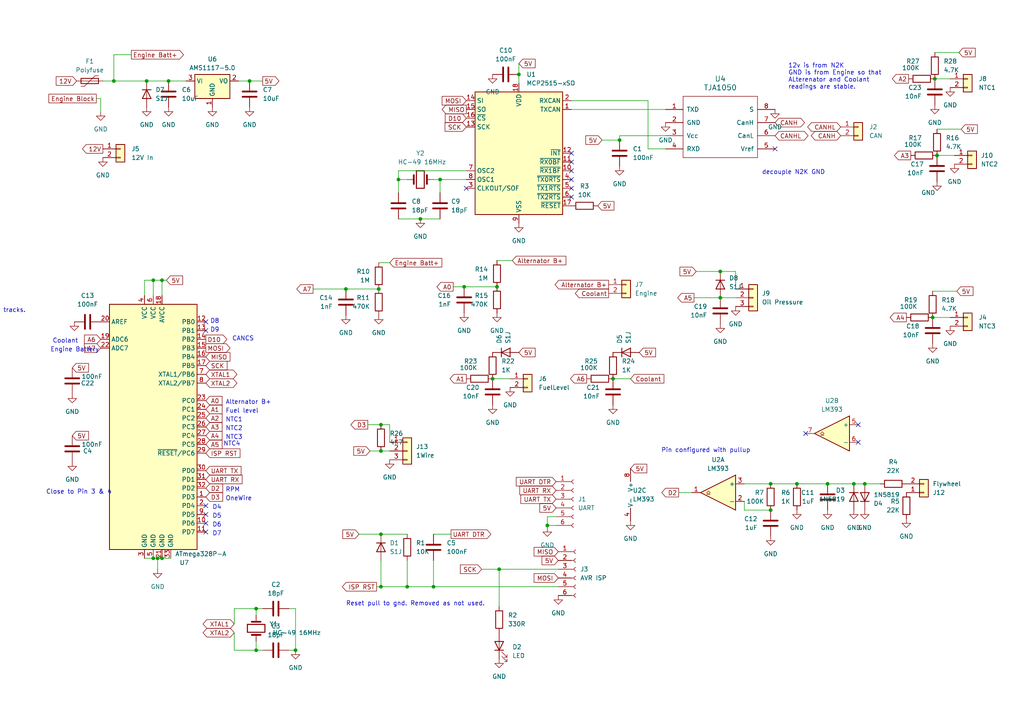
<source format=kicad_sch>
(kicad_sch (version 20230121) (generator eeschema)
  (paper "A4")
  (junction (at 144.78 165.1))
  (junction (at 42.545 23.495))
  (junction (at 158.75 152.4))
  (junction (at 240.03 140.335))
  (junction (at 247.65 140.335))
  (junction (at 270.51 92.075))
  (junction (at 208.915 78.74))
  (junction (at 46.99 81.28))
  (junction (at 150.495 21.59))
  (junction (at 223.52 147.955))
  (junction (at 142.875 109.855))
  (junction (at 271.78 45.085))
  (junction (at 118.11 170.18))
  (junction (at 231.14 140.335))
  (junction (at 44.45 161.925))
  (junction (at -46.355 93.98))
  (junction (at 44.45 81.28))
  (junction (at 179.705 40.64))
  (junction (at 134.62 83.185))
  (junction (at 72.39 23.495))
  (junction (at 115.57 52.07))
  (junction (at 110.49 123.19))
  (junction (at 125.73 170.18))
  (junction (at 45.72 161.925))
  (junction (at 250.825 140.335))
  (junction (at 144.145 83.185))
  (junction (at 110.49 170.18))
  (junction (at 85.725 188.595))
  (junction (at 110.49 154.94))
  (junction (at 121.92 63.5))
  (junction (at 33.02 23.495))
  (junction (at 177.8 109.855))
  (junction (at 100.33 83.82))
  (junction (at 127.635 52.07))
  (junction (at 46.99 161.925))
  (junction (at 74.295 188.595))
  (junction (at 110.49 130.81))
  (junction (at 271.145 22.86))
  (junction (at 223.52 140.335))
  (junction (at 48.895 23.495))
  (junction (at 208.915 86.36))
  (junction (at 109.855 83.82))
  (junction (at 74.295 176.53))
  (no_connect (at 59.69 151.765))
  (no_connect (at 59.69 93.345))
  (no_connect (at 233.68 125.73))
  (no_connect (at 59.69 146.685))
  (no_connect (at 165.735 54.61))
  (no_connect (at 165.735 44.45))
  (no_connect (at 165.735 57.15))
  (no_connect (at 135.255 54.61))
  (no_connect (at 59.69 154.305))
  (no_connect (at 224.79 43.18))
  (no_connect (at 165.735 46.99))
  (no_connect (at 248.92 123.19))
  (no_connect (at 165.735 49.53))
  (no_connect (at 248.92 128.27))
  (no_connect (at 165.735 52.07))
  (no_connect (at 59.69 95.885))
  (no_connect (at 59.69 149.225))
  (wire (pts (xy 125.73 170.18) (xy 161.925 170.18)))
  (wire (pts (xy 67.945 180.975) (xy 67.945 176.53)))
  (wire (pts (xy 115.57 52.07) (xy 115.57 55.88)))
  (wire (pts (xy 107.315 130.81) (xy 110.49 130.81)))
  (wire (pts (xy 174.625 40.64) (xy 179.705 40.64)))
  (wire (pts (xy 72.39 23.495) (xy 76.2 23.495)))
  (wire (pts (xy 278.13 15.24) (xy 271.145 15.24)))
  (wire (pts (xy 29.21 28.575) (xy 29.21 32.385)))
  (wire (pts (xy 177.8 109.855) (xy 182.88 109.855)))
  (wire (pts (xy 165.735 29.21) (xy 187.96 29.21)))
  (wire (pts (xy 46.99 161.925) (xy 49.53 161.925)))
  (wire (pts (xy 213.36 78.74) (xy 213.36 83.82)))
  (wire (pts (xy 74.295 176.53) (xy 74.295 178.435)))
  (wire (pts (xy 247.65 140.335) (xy 240.03 140.335)))
  (wire (pts (xy 110.49 154.94) (xy 118.11 154.94)))
  (wire (pts (xy -53.34 93.98) (xy -46.355 93.98)))
  (wire (pts (xy 46.99 81.28) (xy 44.45 81.28)))
  (wire (pts (xy 150.495 18.415) (xy 150.495 21.59)))
  (wire (pts (xy -46.355 93.98) (xy -46.355 103.505)))
  (wire (pts (xy 115.57 49.53) (xy 115.57 52.07)))
  (wire (pts (xy 45.72 161.925) (xy 46.99 161.925)))
  (wire (pts (xy 208.915 86.36) (xy 213.36 86.36)))
  (wire (pts (xy 277.495 84.455) (xy 270.51 84.455)))
  (wire (pts (xy 104.14 154.94) (xy 110.49 154.94)))
  (wire (pts (xy 41.91 81.28) (xy 41.91 85.725)))
  (wire (pts (xy 41.91 161.925) (xy 44.45 161.925)))
  (wire (pts (xy 271.78 45.085) (xy 276.86 45.085)))
  (wire (pts (xy 46.99 81.28) (xy 46.99 85.725)))
  (wire (pts (xy 27.94 28.575) (xy 29.21 28.575)))
  (wire (pts (xy 67.945 176.53) (xy 74.295 176.53)))
  (wire (pts (xy 125.73 52.07) (xy 127.635 52.07)))
  (wire (pts (xy 115.57 63.5) (xy 121.92 63.5)))
  (wire (pts (xy 74.295 176.53) (xy 76.2 176.53)))
  (wire (pts (xy 125.73 154.94) (xy 130.81 154.94)))
  (wire (pts (xy 121.92 63.5) (xy 127.635 63.5)))
  (wire (pts (xy 208.915 78.74) (xy 213.36 78.74)))
  (wire (pts (xy 48.26 81.28) (xy 46.99 81.28)))
  (wire (pts (xy 193.04 39.37) (xy 179.705 39.37)))
  (wire (pts (xy 33.02 23.495) (xy 42.545 23.495)))
  (wire (pts (xy 67.945 188.595) (xy 74.295 188.595)))
  (wire (pts (xy 38.1 15.875) (xy 33.02 15.875)))
  (wire (pts (xy 255.27 140.335) (xy 250.825 140.335)))
  (wire (pts (xy 127.635 52.07) (xy 127.635 55.88)))
  (wire (pts (xy 44.45 81.28) (xy 41.91 81.28)))
  (wire (pts (xy 179.705 39.37) (xy 179.705 40.64)))
  (wire (pts (xy 110.49 170.18) (xy 118.11 170.18)))
  (wire (pts (xy 250.825 140.335) (xy 247.65 140.335)))
  (wire (pts (xy 110.49 162.56) (xy 110.49 170.18)))
  (wire (pts (xy 201.93 78.74) (xy 208.915 78.74)))
  (wire (pts (xy 110.49 123.19) (xy 113.03 123.19)))
  (wire (pts (xy 44.45 161.925) (xy 45.72 161.925)))
  (wire (pts (xy 215.9 147.955) (xy 223.52 147.955)))
  (wire (pts (xy 215.9 145.415) (xy 215.9 147.955)))
  (wire (pts (xy 100.33 83.82) (xy 90.805 83.82)))
  (wire (pts (xy 109.855 76.2) (xy 113.03 76.2)))
  (wire (pts (xy 83.82 176.53) (xy 85.725 176.53)))
  (wire (pts (xy 150.495 21.59) (xy 150.495 24.13)))
  (wire (pts (xy 187.96 43.18) (xy 193.04 43.18)))
  (wire (pts (xy 118.11 170.18) (xy 125.73 170.18)))
  (wire (pts (xy 201.295 86.36) (xy 208.915 86.36)))
  (wire (pts (xy 110.49 130.81) (xy 113.03 130.81)))
  (wire (pts (xy 85.725 188.595) (xy 85.725 176.53)))
  (wire (pts (xy 67.945 183.515) (xy 67.945 188.595)))
  (wire (pts (xy 270.51 92.075) (xy 275.59 92.075)))
  (wire (pts (xy 278.765 37.465) (xy 271.78 37.465)))
  (wire (pts (xy 142.875 109.855) (xy 147.955 109.855)))
  (wire (pts (xy 215.9 140.335) (xy 223.52 140.335)))
  (wire (pts (xy 42.545 23.495) (xy 48.895 23.495)))
  (wire (pts (xy 144.145 75.565) (xy 148.59 75.565)))
  (wire (pts (xy 33.02 15.875) (xy 33.02 23.495)))
  (wire (pts (xy 161.29 149.86) (xy 158.75 149.86)))
  (wire (pts (xy 165.735 31.75) (xy 193.04 31.75)))
  (wire (pts (xy 144.78 165.1) (xy 161.925 165.1)))
  (wire (pts (xy 131.445 83.185) (xy 134.62 83.185)))
  (wire (pts (xy 158.75 149.86) (xy 158.75 152.4)))
  (wire (pts (xy 76.2 188.595) (xy 74.295 188.595)))
  (wire (pts (xy -46.355 93.98) (xy -41.91 93.98)))
  (wire (pts (xy 29.845 23.495) (xy 33.02 23.495)))
  (wire (pts (xy 135.255 49.53) (xy 115.57 49.53)))
  (wire (pts (xy 69.215 23.495) (xy 72.39 23.495)))
  (wire (pts (xy 109.855 83.82) (xy 100.33 83.82)))
  (wire (pts (xy 83.82 188.595) (xy 85.725 188.595)))
  (wire (pts (xy 109.22 170.18) (xy 110.49 170.18)))
  (wire (pts (xy 187.96 29.21) (xy 187.96 43.18)))
  (wire (pts (xy 271.145 22.86) (xy 275.59 22.86)))
  (wire (pts (xy 74.295 188.595) (xy 74.295 186.055)))
  (wire (pts (xy 196.85 142.875) (xy 200.66 142.875)))
  (wire (pts (xy 139.7 165.1) (xy 144.78 165.1)))
  (wire (pts (xy 158.75 152.4) (xy 161.29 152.4)))
  (wire (pts (xy 45.72 161.925) (xy 45.72 165.1)))
  (wire (pts (xy 240.03 140.335) (xy 231.14 140.335)))
  (wire (pts (xy 113.03 128.27) (xy 113.03 123.19)))
  (wire (pts (xy 44.45 81.28) (xy 44.45 85.725)))
  (wire (pts (xy 48.895 23.495) (xy 53.975 23.495)))
  (wire (pts (xy 127.635 52.07) (xy 135.255 52.07)))
  (wire (pts (xy 231.14 140.335) (xy 223.52 140.335)))
  (wire (pts (xy 115.57 52.07) (xy 118.11 52.07)))
  (wire (pts (xy 144.145 83.185) (xy 134.62 83.185)))
  (wire (pts (xy 106.68 123.19) (xy 110.49 123.19)))
  (wire (pts (xy 118.11 162.56) (xy 118.11 170.18)))
  (wire (pts (xy 125.73 162.56) (xy 125.73 170.18)))
  (wire (pts (xy 158.75 152.4) (xy 158.75 153.035)))
  (wire (pts (xy 144.78 165.1) (xy 144.78 175.895)))
  (text "Alternator B+" (at 65.405 117.475 0) (effects (font (size 1.27 1.27)) (justify left bottom)))
  (text "RPM" (at 65.405 142.875 0) (effects (font (size 1.27 1.27)) (justify left bottom)))
  (text "D7" (at 61.595 155.575 0) (effects (font (size 1.27 1.27)) (justify left bottom)))
  (text "NTC3" (at 65.405 127.635 0) (effects (font (size 1.27 1.27)) (justify left bottom)))
  (text "NTC2" (at 65.405 125.095 0) (effects (font (size 1.27 1.27)) (justify left bottom)))
  (text "12v is from N2K\nGND is from Engine so that \nALterenator and Coolant \nreadings are stable." (at 228.6 26.035 0) (effects (font (size 1.27 1.27)) (justify left bottom)))
  (text "Reset pull to gnd. Removed as not used." (at 100.33 175.895 0) (effects (font (size 1.27 1.27)) (justify left bottom)))
  (text "Pin configured with pullup" (at 191.77 131.445 0) (effects (font (size 1.27 1.27)) (justify left bottom)))
  (text "Fuel level" (at 65.405 120.015 0) (effects (font (size 1.27 1.27)) (justify left bottom)))
  (text "Coolant" (at 15.24 99.695 0) (effects (font (size 1.27 1.27)) (justify left bottom)))
  (text "NTC1" (at 65.405 122.555 0) (effects (font (size 1.27 1.27)) (justify left bottom)))
  (text "D9" (at 60.96 96.52 0) (effects (font (size 1.27 1.27)) (justify left bottom)))
  (text "D4" (at 61.595 147.955 0) (effects (font (size 1.27 1.27)) (justify left bottom)))
  (text "OneWire" (at 65.405 145.415 0) (effects (font (size 1.27 1.27)) (justify left bottom)))
  (text "CANCS" (at 67.31 99.06 0) (effects (font (size 1.27 1.27)) (justify left bottom)))
  (text "decouple N2K GND" (at 220.98 50.8 0) (effects (font (size 1.27 1.27)) (justify left bottom)))
  (text "Potential Alternate ATTINy3226 chip is hard to source \nbut has 15 12bit ADCs. Potential for spare board.\nExternal oscilator not required, and SOIC-20 which does not require 0.5mm tracks." (at -74.93 90.805 0) (effects (font (size 1.27 1.27)) (justify left bottom)))
  (text "D8" (at 60.96 93.98 0) (effects (font (size 1.27 1.27)) (justify left bottom)))
  (text "NTC4" (at 64.77 129.54 0) (effects (font (size 1.27 1.27)) (justify left bottom)))
  (text "Close to Pin 3 & 4" (at 13.335 143.51 0) (effects (font (size 1.27 1.27)) (justify left bottom)))
  (text "D5" (at 61.595 150.495 0) (effects (font (size 1.27 1.27)) (justify left bottom)))
  (text "Engine Battery" (at 14.605 102.235 0) (effects (font (size 1.27 1.27)) (justify left bottom)))
  (text "D6" (at 61.595 153.035 0) (effects (font (size 1.27 1.27)) (justify left bottom)))
  (global_label "SCK" (shape input) (at -31.115 116.205 0) (property "Intersheetrefs" "${INTERSHEET_REFS}" (effects hide)))
  (global_label "D10" (shape output) (at 59.69 98.425 0) (property "Intersheetrefs" "${INTERSHEET_REFS}" (effects hide)))
  (global_label "5V" (shape input) (at 277.495 84.455 0) (property "Intersheetrefs" "${INTERSHEET_REFS}" (effects hide)))
  (global_label "Alternator B+" (shape output) (at 176.53 82.55 180) (property "Intersheetrefs" "${INTERSHEET_REFS}" (effects hide)))
  (global_label "5V" (shape input) (at 107.315 130.81 180) (property "Intersheetrefs" "${INTERSHEET_REFS}" (effects hide)))
  (global_label "A4" (shape input) (at 59.69 126.365 0) (property "Intersheetrefs" "${INTERSHEET_REFS}" (effects hide)))
  (global_label "A5" (shape input) (at -31.115 144.145 0) (property "Intersheetrefs" "${INTERSHEET_REFS}" (effects hide)))
  (global_label "MISO" (shape output) (at 135.255 31.75 180) (property "Intersheetrefs" "${INTERSHEET_REFS}" (effects hide)))
  (global_label "A6" (shape output) (at 170.18 109.855 180) (property "Intersheetrefs" "${INTERSHEET_REFS}" (effects hide)))
  (global_label "A7" (shape input) (at -31.115 131.445 0) (property "Intersheetrefs" "${INTERSHEET_REFS}" (effects hide)))
  (global_label "SCK" (shape input) (at 135.255 36.83 180) (property "Intersheetrefs" "${INTERSHEET_REFS}" (effects hide)))
  (global_label "5V" (shape input) (at -41.91 93.98 0) (property "Intersheetrefs" "${INTERSHEET_REFS}" (effects hide)))
  (global_label "A2" (shape input) (at 59.69 121.285 0) (property "Intersheetrefs" "${INTERSHEET_REFS}" (effects hide)))
  (global_label "CANH" (shape bidirectional) (at 243.84 39.37 180) (property "Intersheetrefs" "${INTERSHEET_REFS}" (effects hide)))
  (global_label "MOSI" (shape input) (at 135.255 29.21 180) (property "Intersheetrefs" "${INTERSHEET_REFS}" (effects hide)))
  (global_label "5V" (shape input) (at 20.955 126.365 0) (property "Intersheetrefs" "${INTERSHEET_REFS}" (effects hide)))
  (global_label "XTAL1" (shape bidirectional) (at 67.945 180.975 180) (property "Intersheetrefs" "${INTERSHEET_REFS}" (effects hide)))
  (global_label "UART DTR" (shape input) (at 161.29 139.7 180) (property "Intersheetrefs" "${INTERSHEET_REFS}" (effects hide)))
  (global_label "5V" (shape input) (at 174.625 40.64 180) (property "Intersheetrefs" "${INTERSHEET_REFS}" (effects hide)))
  (global_label "A6" (shape input) (at -31.115 141.605 0) (property "Intersheetrefs" "${INTERSHEET_REFS}" (effects hide)))
  (global_label "XTAL2" (shape bidirectional) (at 67.945 183.515 180) (property "Intersheetrefs" "${INTERSHEET_REFS}" (effects hide)))
  (global_label "5V" (shape input) (at 48.26 81.28 0) (property "Intersheetrefs" "${INTERSHEET_REFS}" (effects hide)))
  (global_label "5V" (shape input) (at 161.29 147.32 180) (property "Intersheetrefs" "${INTERSHEET_REFS}" (effects hide)))
  (global_label "A7" (shape input) (at 29.21 100.965 180) (property "Intersheetrefs" "${INTERSHEET_REFS}" (effects hide)))
  (global_label "A3" (shape input) (at 59.69 123.825 0) (property "Intersheetrefs" "${INTERSHEET_REFS}" (effects hide)))
  (global_label "D3" (shape output) (at 106.68 123.19 180) (property "Intersheetrefs" "${INTERSHEET_REFS}" (effects hide)))
  (global_label "A3" (shape output) (at 264.16 45.085 180) (property "Intersheetrefs" "${INTERSHEET_REFS}" (effects hide)))
  (global_label "CANHL" (shape bidirectional) (at 224.79 39.37 0) (property "Intersheetrefs" "${INTERSHEET_REFS}" (effects hide)))
  (global_label "A5" (shape output) (at 201.295 86.36 180) (property "Intersheetrefs" "${INTERSHEET_REFS}" (effects hide)))
  (global_label "D3" (shape input) (at -61.595 133.985 180) (property "Intersheetrefs" "${INTERSHEET_REFS}" (effects hide)))
  (global_label "5V" (shape input) (at 185.42 102.235 0) (property "Intersheetrefs" "${INTERSHEET_REFS}" (effects hide)))
  (global_label "A7" (shape output) (at 90.805 83.82 180) (property "Intersheetrefs" "${INTERSHEET_REFS}" (effects hide)))
  (global_label "D10" (shape output) (at -61.595 139.065 180) (property "Intersheetrefs" "${INTERSHEET_REFS}" (effects hide)))
  (global_label "Engine Batt+" (shape output) (at 38.1 15.875 0) (property "Intersheetrefs" "${INTERSHEET_REFS}" (effects hide)))
  (global_label "MOSI" (shape output) (at -31.115 111.125 0) (property "Intersheetrefs" "${INTERSHEET_REFS}" (effects hide)))
  (global_label "A0" (shape input) (at -31.115 118.745 0) (property "Intersheetrefs" "${INTERSHEET_REFS}" (effects hide)))
  (global_label "5V" (shape input) (at 150.495 102.235 0) (property "Intersheetrefs" "${INTERSHEET_REFS}" (effects hide)))
  (global_label "12V" (shape output) (at 29.845 43.18 180) (property "Intersheetrefs" "${INTERSHEET_REFS}" (effects hide)))
  (global_label "Coolant" (shape input) (at 182.88 109.855 0) (property "Intersheetrefs" "${INTERSHEET_REFS}" (effects hide)))
  (global_label "5V" (shape input) (at 20.955 106.68 0) (property "Intersheetrefs" "${INTERSHEET_REFS}" (effects hide)))
  (global_label "A0" (shape input) (at 59.69 116.205 0) (property "Intersheetrefs" "${INTERSHEET_REFS}" (effects hide)))
  (global_label "SCK" (shape input) (at 139.7 165.1 180) (property "Intersheetrefs" "${INTERSHEET_REFS}" (effects hide)))
  (global_label "A0" (shape output) (at 131.445 83.185 180) (property "Intersheetrefs" "${INTERSHEET_REFS}" (effects hide)))
  (global_label "A1" (shape input) (at 59.69 118.745 0) (property "Intersheetrefs" "${INTERSHEET_REFS}" (effects hide)))
  (global_label "5V" (shape input) (at 278.13 15.24 0) (property "Intersheetrefs" "${INTERSHEET_REFS}" (effects hide)))
  (global_label "UART DTR" (shape output) (at 130.81 154.94 0) (property "Intersheetrefs" "${INTERSHEET_REFS}" (effects hide)))
  (global_label "5V" (shape input) (at 150.495 18.415 0) (property "Intersheetrefs" "${INTERSHEET_REFS}" (effects hide)))
  (global_label "A1" (shape input) (at -31.115 121.285 0) (property "Intersheetrefs" "${INTERSHEET_REFS}" (effects hide)))
  (global_label "D2" (shape output) (at 196.85 142.875 180) (property "Intersheetrefs" "${INTERSHEET_REFS}" (effects hide)))
  (global_label "A3" (shape input) (at -31.115 123.825 0) (property "Intersheetrefs" "${INTERSHEET_REFS}" (effects hide)))
  (global_label "XTAL1" (shape bidirectional) (at 59.69 108.585 0) (property "Intersheetrefs" "${INTERSHEET_REFS}" (effects hide)))
  (global_label "Alternator B+" (shape input) (at 148.59 75.565 0) (property "Intersheetrefs" "${INTERSHEET_REFS}" (effects hide)))
  (global_label "UART TX" (shape input) (at 161.29 144.78 180) (property "Intersheetrefs" "${INTERSHEET_REFS}" (effects hide)))
  (global_label "D2" (shape input) (at 59.69 141.605 0) (property "Intersheetrefs" "${INTERSHEET_REFS}" (effects hide)))
  (global_label "ISP RST" (shape input) (at 59.69 131.445 0) (property "Intersheetrefs" "${INTERSHEET_REFS}" (effects hide)))
  (global_label "D3" (shape input) (at 59.69 144.145 0) (property "Intersheetrefs" "${INTERSHEET_REFS}" (effects hide)))
  (global_label "CANHL" (shape bidirectional) (at 243.84 36.83 180) (property "Intersheetrefs" "${INTERSHEET_REFS}" (effects hide)))
  (global_label "UDPI" (shape bidirectional) (at -31.115 108.585 0) (property "Intersheetrefs" "${INTERSHEET_REFS}" (effects hide)))
  (global_label "MOSI" (shape output) (at 59.69 100.965 0) (property "Intersheetrefs" "${INTERSHEET_REFS}" (effects hide)))
  (global_label "D2" (shape input) (at -61.595 136.525 180) (property "Intersheetrefs" "${INTERSHEET_REFS}" (effects hide)))
  (global_label "A4" (shape output) (at 262.89 92.075 180) (property "Intersheetrefs" "${INTERSHEET_REFS}" (effects hide)))
  (global_label "UART RX" (shape input) (at -31.115 139.065 0) (property "Intersheetrefs" "${INTERSHEET_REFS}" (effects hide)))
  (global_label "MISO" (shape input) (at -31.115 113.665 0) (property "Intersheetrefs" "${INTERSHEET_REFS}" (effects hide)))
  (global_label "MISO" (shape input) (at 59.69 103.505 0) (property "Intersheetrefs" "${INTERSHEET_REFS}" (effects hide)))
  (global_label "Engine Block" (shape passive) (at 27.94 28.575 180) (property "Intersheetrefs" "${INTERSHEET_REFS}" (effects hide)))
  (global_label "5V" (shape input) (at 278.765 37.465 0) (property "Intersheetrefs" "${INTERSHEET_REFS}" (effects hide)))
  (global_label "Engine Batt+" (shape input) (at 113.03 76.2 0) (property "Intersheetrefs" "${INTERSHEET_REFS}" (effects hide)))
  (global_label "5V" (shape input) (at 161.925 162.56 180) (property "Intersheetrefs" "${INTERSHEET_REFS}" (effects hide)))
  (global_label "ISP RST" (shape output) (at 109.22 170.18 180) (property "Intersheetrefs" "${INTERSHEET_REFS}" (effects hide)))
  (global_label "5V" (shape input) (at 182.88 135.89 0) (property "Intersheetrefs" "${INTERSHEET_REFS}" (effects hide)))
  (global_label "A5" (shape input) (at 59.69 128.905 0) (property "Intersheetrefs" "${INTERSHEET_REFS}" (effects hide)))
  (global_label "Coolant" (shape output) (at 176.53 85.09 180) (property "Intersheetrefs" "${INTERSHEET_REFS}" (effects hide)))
  (global_label "UART TX" (shape input) (at 59.69 136.525 0) (property "Intersheetrefs" "${INTERSHEET_REFS}" (effects hide)))
  (global_label "SCK" (shape input) (at 59.69 106.045 0) (property "Intersheetrefs" "${INTERSHEET_REFS}" (effects hide)))
  (global_label "MISO" (shape input) (at 161.925 160.02 180) (property "Intersheetrefs" "${INTERSHEET_REFS}" (effects hide)))
  (global_label "MOSI" (shape input) (at 161.925 167.64 180) (property "Intersheetrefs" "${INTERSHEET_REFS}" (effects hide)))
  (global_label "5V" (shape input) (at 173.355 59.69 0) (property "Intersheetrefs" "${INTERSHEET_REFS}" (effects hide)))
  (global_label "UART RX" (shape input) (at 59.69 139.065 0) (property "Intersheetrefs" "${INTERSHEET_REFS}" (effects hide)))
  (global_label "5V" (shape input) (at 104.14 154.94 180) (property "Intersheetrefs" "${INTERSHEET_REFS}" (effects hide)))
  (global_label "XTAL2" (shape bidirectional) (at 59.69 111.125 0) (property "Intersheetrefs" "${INTERSHEET_REFS}" (effects hide)))
  (global_label "A1" (shape output) (at 135.255 109.855 180) (property "Intersheetrefs" "${INTERSHEET_REFS}" (effects hide)))
  (global_label "D10" (shape input) (at 135.255 34.29 180) (property "Intersheetrefs" "${INTERSHEET_REFS}" (effects hide)))
  (global_label "A6" (shape input) (at 29.21 98.425 180) (property "Intersheetrefs" "${INTERSHEET_REFS}" (effects hide)))
  (global_label "12V" (shape input) (at 22.225 23.495 180) (property "Intersheetrefs" "${INTERSHEET_REFS}" (effects hide)))
  (global_label "A4" (shape input) (at -31.115 126.365 0) (property "Intersheetrefs" "${INTERSHEET_REFS}" (effects hide)))
  (global_label "UART TX" (shape input) (at -31.115 136.525 0) (property "Intersheetrefs" "${INTERSHEET_REFS}" (effects hide)))
  (global_label "A2" (shape output) (at 263.525 22.86 180) (property "Intersheetrefs" "${INTERSHEET_REFS}" (effects hide)))
  (global_label "5V" (shape input) (at 201.93 78.74 180) (property "Intersheetrefs" "${INTERSHEET_REFS}" (effects hide)))
  (global_label "CANH" (shape bidirectional) (at 224.79 35.56 0) (property "Intersheetrefs" "${INTERSHEET_REFS}" (effects hide)))
  (global_label "UART RX" (shape input) (at 161.29 142.24 180) (property "Intersheetrefs" "${INTERSHEET_REFS}" (effects hide)))
  (global_label "5V" (shape output) (at 76.2 23.495 0) (property "Intersheetrefs" "${INTERSHEET_REFS}" (effects hide)))
  (symbol (lib_id "power:GND") (at 250.825 147.955 0) (mirror y) (unit 1)
    (property "Reference" "#PWR019" (effects hide))
    (property "Value" "GND" (at 250.825 153.035 0))
  )
  (symbol (lib_id "power:GND") (at 224.79 31.75 0) (unit 1)
    (property "Reference" "#PWR03" (effects hide))
    (property "Value" "GND" (at 224.79 36.83 0))
  )
  (symbol (lib_id "Device:R") (at 110.49 127 0) (mirror y) (unit 1)
    (property "Reference" "R26" (at 113.03 125.73 0) (effects (justify right)))
    (property "Value" "4K7" (at 113.03 128.27 0) (effects (justify right)))
    (property "Footprint" "Resistor_SMD:R_0805_2012Metric_Pad1.20x1.40mm_HandSolder" (effects hide))
    (property "stock" "Y" (effects hide))
  )
  (symbol (lib_id "Device:C") (at 125.73 158.75 180) (unit 1)
    (property "Reference" "C5" (at 129.54 157.48 0) (effects (justify right)))
    (property "Value" "100nF" (at 129.54 160.02 0) (effects (justify right)))
    (property "Footprint" "Capacitor_SMD:C_0805_2012Metric_Pad1.18x1.45mm_HandSolder" (effects hide))
    (property "stock" "Bought" (effects hide))
  )
  (symbol (lib_id "Device:R") (at 144.145 86.995 0) (mirror x) (unit 1)
    (property "Reference" "R15" (at 141.605 85.725 0) (effects (justify right)))
    (property "Value" "470K" (at 141.605 88.265 0) (effects (justify right)))
    (property "Footprint" "Resistor_SMD:R_0805_2012Metric_Pad1.20x1.40mm_HandSolder" (effects hide))
    (property "stock" "Y" (effects hide))
  )
  (symbol (lib_id "power:GND") (at 29.845 45.72 0) (mirror y) (unit 1)
    (property "Reference" "#PWR012" (effects hide))
    (property "Value" "GND" (at 29.845 50.8 0))
  )
  (symbol (lib_id "power:GND") (at 144.145 90.805 0) (mirror y) (unit 1)
    (property "Reference" "#PWR030" (effects hide))
    (property "Value" "GND" (at 144.145 95.885 0))
  )
  (symbol (lib_id "power:GND") (at 177.8 117.475 0) (mirror y) (unit 1)
    (property "Reference" "#PWR036" (effects hide))
    (property "Value" "GND" (at 177.8 122.555 0))
  )
  (symbol (lib_id "Device:D") (at 250.825 144.145 270) (mirror x) (unit 1)
    (property "Reference" "D4" (at 253.365 146.05 90) (effects (justify left)))
    (property "Value" "1N5819" (at 253.365 143.51 90) (effects (justify left)))
    (property "Footprint" "Diode_SMD:D_SOD-123" (effects hide))
    (property "Sim.Device" "D" (effects hide))
    (property "Sim.Pins" "1=K 2=A" (effects hide))
    (property "stock" "Y" (effects hide))
  )
  (symbol (lib_id "power:GND") (at -53.34 101.6 0) (unit 1)
    (property "Reference" "#PWR028" (effects hide))
    (property "Value" "GND" (at -53.34 106.68 0))
  )
  (symbol (lib_id "Device:D") (at 247.65 144.145 90) (mirror x) (unit 1)
    (property "Reference" "D3" (at 245.11 142.24 90) (effects (justify left)))
    (property "Value" "1N5819" (at 245.11 144.78 90) (effects (justify left)))
    (property "Footprint" "Diode_SMD:D_SOD-123" (effects hide))
    (property "Sim.Device" "D" (effects hide))
    (property "Sim.Pins" "1=K 2=A" (effects hide))
    (property "stock" "Y" (effects hide))
  )
  (symbol (lib_id "Device:R") (at 144.145 79.375 0) (mirror x) (unit 1)
    (property "Reference" "R14" (at 141.605 78.105 0) (effects (justify right)))
    (property "Value" "1M" (at 141.605 80.645 0) (effects (justify right)))
    (property "Footprint" "Resistor_SMD:R_0805_2012Metric_Pad1.20x1.40mm_HandSolder" (effects hide))
    (property "stock" "Y" (effects hide))
  )
  (symbol (lib_id "power:GND") (at 231.14 147.955 0) (mirror y) (unit 1)
    (property "Reference" "#PWR022" (effects hide))
    (property "Value" "GND" (at 231.14 153.035 0))
  )
  (symbol (lib_id "power:GND") (at 275.59 25.4 0) (mirror y) (unit 1)
    (property "Reference" "#PWR045" (effects hide))
    (property "Value" "GND" (at 275.59 30.48 0))
  )
  (symbol (lib_id "Connector_Generic:Conn_01x02") (at 280.67 22.86 0) (unit 1)
    (property "Reference" "J8" (at 283.845 22.86 0) (effects (justify left)))
    (property "Value" "NTC1" (at 283.845 25.4 0) (effects (justify left)))
    (property "Footprint" "TerminalBlock_Phoenix:TerminalBlock_Phoenix_MKDS-1,5-2-5.08_1x02_P5.08mm_Horizontal" (effects hide))
    (property "stock" "Y" (effects hide))
  )
  (symbol (lib_id "Device:D") (at 208.915 82.55 270) (unit 1)
    (property "Reference" "D8" (at 211.455 80.645 90) (effects (justify left)))
    (property "Value" "S1J" (at 211.455 83.185 90) (effects (justify left)))
    (property "Footprint" "Diode_SMD:D_0805_2012Metric_Pad1.15x1.40mm_HandSolder" (effects hide))
    (property "Sim.Device" "D" (effects hide))
    (property "Sim.Pins" "1=K 2=A" (effects hide))
    (property "stock" "Y" (effects hide))
  )
  (symbol (lib_id "Regulator_Linear:AMS1117-5.0") (at 61.595 23.495 0) (unit 1)
    (property "Reference" "U6" (at 61.595 17.145 0))
    (property "Value" "AMS1117-5.0" (at 61.595 19.685 0))
    (property "Footprint" "Package_TO_SOT_SMD:SOT-223-3_TabPin2" (effects hide))
    (property "Datasheet" "http://www.advanced-monolithic.com/pdf/ds1117.pdf" (effects hide))
    (property "stock" "Y" (effects hide))
  )
  (symbol (lib_id "Device:D") (at 42.545 27.305 270) (unit 1)
    (property "Reference" "D7" (at 45.085 26.035 90) (effects (justify left)))
    (property "Value" "S1J" (at 45.085 28.575 90) (effects (justify left)))
    (property "Footprint" "Diode_SMD:D_0805_2012Metric_Pad1.15x1.40mm_HandSolder" (effects hide))
    (property "Sim.Device" "D" (effects hide))
    (property "Sim.Pins" "1=K 2=A" (effects hide))
    (property "stock" "Y" (effects hide))
  )
  (symbol (lib_id "Device:LED") (at 144.78 187.325 90) (unit 1)
    (property "Reference" "D2" (at 148.59 187.6425 90) (effects (justify right)))
    (property "Value" "LED" (at 148.59 190.1825 90) (effects (justify right)))
    (property "Footprint" "LED_SMD:LED_0805_2012Metric_Pad1.15x1.40mm_HandSolder" (effects hide))
    (property "stock" "Y" (effects hide))
  )
  (symbol (lib_id "Device:R") (at 109.855 87.63 0) (mirror x) (unit 1)
    (property "Reference" "R11" (at 107.315 86.36 0) (effects (justify right)))
    (property "Value" "470K" (at 107.315 88.9 0) (effects (justify right)))
    (property "Footprint" "Resistor_SMD:R_0805_2012Metric_Pad1.20x1.40mm_HandSolder" (effects hide))
    (property "stock" "Y" (effects hide))
  )
  (symbol (lib_id "power:GND") (at 193.04 35.56 0) (unit 1)
    (property "Reference" "#PWR02" (effects hide))
    (property "Value" "GND" (at 193.04 40.64 0))
  )
  (symbol (lib_id "Device:R") (at 118.11 158.75 0) (unit 1)
    (property "Reference" "R1" (at 120.65 157.48 0) (effects (justify left)))
    (property "Value" "10K" (at 120.65 160.02 0) (effects (justify left)))
    (property "Footprint" "Resistor_SMD:R_0805_2012Metric_Pad1.20x1.40mm_HandSolder" (effects hide))
    (property "stock" "Y" (effects hide))
  )
  (symbol (lib_id "Device:C") (at 20.955 110.49 180) (unit 1)
    (property "Reference" "C22" (at 25.4 111.125 0))
    (property "Value" "100nF" (at 26.67 109.22 0))
    (property "Footprint" "Capacitor_SMD:C_0805_2012Metric_Pad1.18x1.45mm_HandSolder" (effects hide))
    (property "stock" "Bought" (effects hide))
  )
  (symbol (lib_id "Device:C") (at 271.145 26.67 0) (mirror x) (unit 1)
    (property "Reference" "C23" (at 267.335 25.4 0) (effects (justify right)))
    (property "Value" "10nF" (at 267.335 27.94 0) (effects (justify right)))
    (property "Footprint" "Capacitor_SMD:C_0805_2012Metric_Pad1.18x1.45mm_HandSolder" (effects hide))
    (property "stock" "Y" (effects hide))
  )
  (symbol (lib_id "Device:R") (at 142.875 106.045 180) (unit 1)
    (property "Reference" "R22" (at 145.415 104.775 0) (effects (justify right)))
    (property "Value" "1K" (at 145.415 107.315 0) (effects (justify right)))
    (property "Footprint" "Resistor_SMD:R_0805_2012Metric_Pad1.20x1.40mm_HandSolder" (effects hide))
    (property "stock" "Y" (effects hide))
  )
  (symbol (lib_id "power:GND") (at 262.89 150.495 0) (mirror y) (unit 1)
    (property "Reference" "#PWR018" (effects hide))
    (property "Value" "GND" (at 262.89 155.575 0))
  )
  (symbol (lib_id "power:GND") (at 42.545 31.115 0) (unit 1)
    (property "Reference" "#PWR037" (effects hide))
    (property "Value" "GND" (at 42.545 36.195 0))
  )
  (symbol (lib_id "Device:C") (at 223.52 151.765 0) (mirror x) (unit 1)
    (property "Reference" "C12" (at 219.71 150.495 0) (effects (justify right)))
    (property "Value" "1uF" (at 219.71 153.035 0) (effects (justify right)))
    (property "Footprint" "Capacitor_SMD:C_0805_2012Metric_Pad1.18x1.45mm_HandSolder" (effects hide))
    (property "stock" "Y" (effects hide))
  )
  (symbol (lib_id "Device:R") (at 271.78 41.275 180) (unit 1)
    (property "Reference" "R16" (at 274.32 40.005 0) (effects (justify right)))
    (property "Value" "4.7K" (at 274.32 42.545 0) (effects (justify right)))
    (property "Footprint" "Resistor_SMD:R_0805_2012Metric_Pad1.20x1.40mm_HandSolder" (effects hide))
    (property "stock" "Y" (effects hide))
  )
  (symbol (lib_id "Device:D") (at 146.685 102.235 0) (unit 1)
    (property "Reference" "D6" (at 144.78 99.695 90) (effects (justify left)))
    (property "Value" "S1J" (at 147.32 99.695 90) (effects (justify left)))
    (property "Footprint" "Diode_SMD:D_0805_2012Metric_Pad1.15x1.40mm_HandSolder" (effects hide))
    (property "Sim.Device" "D" (effects hide))
    (property "Sim.Pins" "1=K 2=A" (effects hide))
    (property "stock" "Y" (effects hide))
  )
  (symbol (lib_id "Device:R") (at 173.99 109.855 90) (mirror x) (unit 1)
    (property "Reference" "R25" (at 171.45 104.775 90))
    (property "Value" "100K" (at 170.815 106.68 90))
    (property "Footprint" "Resistor_SMD:R_0805_2012Metric_Pad1.20x1.40mm_HandSolder" (effects hide))
    (property "stock" "Y" (effects hide))
  )
  (symbol (lib_id "Comparator:LM393") (at 208.28 142.875 0) (mirror y) (unit 1)
    (property "Reference" "U2" (at 208.28 133.35 0))
    (property "Value" "LM393" (at 208.28 135.89 0))
    (property "Footprint" "Package_SO:SOIC-8_3.9x4.9mm_P1.27mm" (effects hide))
    (property "Datasheet" "http://www.ti.com/lit/ds/symlink/lm393.pdf" (effects hide))
  )
  (symbol (lib_id "power:GND") (at 134.62 90.805 0) (mirror y) (unit 1)
    (property "Reference" "#PWR031" (effects hide))
    (property "Value" "GND" (at 134.62 95.885 0))
  )
  (symbol (lib_id "Connector_Generic:Conn_01x02") (at 181.61 82.55 0) (unit 1)
    (property "Reference" "J7" (at 184.15 82.55 0) (effects (justify left)))
    (property "Value" "Engine" (at 184.15 85.09 0) (effects (justify left)))
    (property "Footprint" "TerminalBlock_Phoenix:TerminalBlock_Phoenix_MKDS-1,5-2-5.08_1x02_P5.08mm_Horizontal" (effects hide))
    (property "stock" "Y" (effects hide))
  )
  (symbol (lib_id "power:GND") (at 275.59 94.615 0) (mirror y) (unit 1)
    (property "Reference" "#PWR040" (effects hide))
    (property "Value" "GND" (at 275.59 99.695 0))
  )
  (symbol (lib_id "Device:C") (at 240.03 144.145 0) (mirror x) (unit 1)
    (property "Reference" "C11" (at 236.22 142.875 0) (effects (justify right)))
    (property "Value" "1uF" (at 236.22 145.415 0) (effects (justify right)))
    (property "Footprint" "Capacitor_SMD:C_0805_2012Metric_Pad1.18x1.45mm_HandSolder" (effects hide))
    (property "stock" "Y" (effects hide))
  )
  (symbol (lib_id "Connector_Generic:Conn_01x03") (at 118.11 130.81 0) (unit 1)
    (property "Reference" "J13" (at 120.65 129.54 0) (effects (justify left)))
    (property "Value" "1Wire" (at 120.65 132.08 0) (effects (justify left)))
    (property "Footprint" "TerminalBlock_Phoenix:TerminalBlock_Phoenix_MKDS-1,5-3-5.08_1x03_P5.08mm_Horizontal" (effects hide))
    (property "stock" "Y" (effects hide))
  )
  (symbol (lib_id "Device:R") (at 144.78 179.705 0) (unit 1)
    (property "Reference" "R2" (at 147.32 178.435 0) (effects (justify left)))
    (property "Value" "330R" (at 147.32 180.975 0) (effects (justify left)))
    (property "Footprint" "Resistor_SMD:R_0805_2012Metric_Pad1.20x1.40mm_HandSolder" (effects hide))
    (property "stock" "Y" (effects hide))
  )
  (symbol (lib_id "Device:C") (at 20.955 130.175 180) (unit 1)
    (property "Reference" "C4" (at 25.4 130.81 0))
    (property "Value" "100nF" (at 26.67 128.905 0))
    (property "Footprint" "Capacitor_SMD:C_0805_2012Metric_Pad1.18x1.45mm_HandSolder" (effects hide))
    (property "stock" "Bought" (effects hide))
  )
  (symbol (lib_id "Device:Polyfuse") (at 26.035 23.495 90) (unit 1)
    (property "Reference" "F1" (at 26.035 17.78 90))
    (property "Value" "Polyfuse" (at 26.035 20.32 90))
    (property "Footprint" "Fuse:Fuse_1812_4532Metric_Pad1.30x3.40mm_HandSolder" (effects hide))
    (property "stock" "Bought" (effects hide))
  )
  (symbol (lib_id "power:GND") (at 161.925 172.72 0) (unit 1)
    (property "Reference" "#PWR09" (effects hide))
    (property "Value" "GND" (at 161.925 177.8 0))
  )
  (symbol (lib_id "Connector:Conn_01x06_Socket") (at 167.005 165.1 0) (unit 1)
    (property "Reference" "J3" (at 168.275 165.1 0) (effects (justify left)))
    (property "Value" "AVR ISP" (at 168.275 167.64 0) (effects (justify left)))
    (property "Footprint" "Connector_PinHeader_2.54mm:PinHeader_2x03_P2.54mm_Vertical" (effects hide))
    (property "stock" "Y" (effects hide))
  )
  (symbol (lib_id "Connector_Generic:Conn_01x02") (at 34.925 43.18 0) (unit 1)
    (property "Reference" "J5" (at 38.1 43.18 0) (effects (justify left)))
    (property "Value" "12V In" (at 38.1 45.72 0) (effects (justify left)))
    (property "Footprint" "TerminalBlock_Phoenix:TerminalBlock_Phoenix_MKDS-1,5-2-5.08_1x02_P5.08mm_Horizontal" (effects hide))
    (property "stock" "Y" (effects hide))
  )
  (symbol (lib_id "Device:D") (at 181.61 102.235 0) (unit 1)
    (property "Reference" "D5" (at 179.705 99.695 90) (effects (justify left)))
    (property "Value" "S1J" (at 182.245 99.695 90) (effects (justify left)))
    (property "Footprint" "Diode_SMD:D_0805_2012Metric_Pad1.15x1.40mm_HandSolder" (effects hide))
    (property "Sim.Device" "D" (effects hide))
    (property "Sim.Pins" "1=K 2=A" (effects hide))
    (property "stock" "Y" (effects hide))
  )
  (symbol (lib_id "power:GND") (at 85.725 188.595 0) (unit 1)
    (property "Reference" "#PWR04" (effects hide))
    (property "Value" "GND" (at 85.725 193.675 0))
  )
  (symbol (lib_id "Comparator:LM393") (at 180.34 143.51 0) (mirror y) (unit 3)
    (property "Reference" "U2" (at 183.515 142.24 0) (effects (justify right)))
    (property "Value" "LM393" (at 183.515 144.78 0) (effects (justify right)))
    (property "Footprint" "Package_SO:SOIC-8_3.9x4.9mm_P1.27mm" (effects hide))
    (property "Datasheet" "http://www.ti.com/lit/ds/symlink/lm393.pdf" (effects hide))
  )
  (symbol (lib_id "Device:D") (at 110.49 158.75 270) (unit 1)
    (property "Reference" "D1" (at 113.03 157.48 90) (effects (justify left)))
    (property "Value" "S1J" (at 113.03 160.02 90) (effects (justify left)))
    (property "Footprint" "Diode_SMD:D_0805_2012Metric_Pad1.15x1.40mm_HandSolder" (effects hide))
    (property "Sim.Device" "D" (effects hide))
    (property "Sim.Pins" "1=K 2=A" (effects hide))
    (property "stock" "Y" (effects hide))
  )
  (symbol (lib_id "power:GND") (at 142.875 21.59 0) (unit 1)
    (property "Reference" "#PWR017" (effects hide))
    (property "Value" "GND" (at 142.875 26.67 0))
  )
  (symbol (lib_id "Device:R") (at 270.51 88.265 180) (unit 1)
    (property "Reference" "R18" (at 273.05 86.995 0) (effects (justify right)))
    (property "Value" "4.7K" (at 273.05 89.535 0) (effects (justify right)))
    (property "Footprint" "Resistor_SMD:R_0805_2012Metric_Pad1.20x1.40mm_HandSolder" (effects hide))
    (property "stock" "Y" (effects hide))
  )
  (symbol (lib_id "Device:C") (at 134.62 86.995 0) (mirror x) (unit 1)
    (property "Reference" "C16" (at 130.81 85.725 0) (effects (justify right)))
    (property "Value" "1nF" (at 130.81 88.265 0) (effects (justify right)))
    (property "Footprint" "Capacitor_SMD:C_0805_2012Metric_Pad1.18x1.45mm_HandSolder" (effects hide))
    (property "stock" "Y" (effects hide))
  )
  (symbol (lib_id "Device:C") (at 146.685 21.59 90) (unit 1)
    (property "Reference" "C10" (at 146.685 14.605 90))
    (property "Value" "100nF" (at 146.685 17.145 90))
    (property "Footprint" "Capacitor_SMD:C_0805_2012Metric_Pad1.18x1.45mm_HandSolder" (effects hide))
    (property "stock" "Bought" (effects hide))
  )
  (symbol (lib_id "Connector_Generic:Conn_01x03") (at 218.44 86.36 0) (unit 1)
    (property "Reference" "J9" (at 220.98 85.09 0) (effects (justify left)))
    (property "Value" "Oil Pressure" (at 220.98 87.63 0) (effects (justify left)))
    (property "Footprint" "TerminalBlock_Phoenix:TerminalBlock_Phoenix_MKDS-1,5-3-5.08_1x03_P5.08mm_Horizontal" (effects hide))
    (property "stock" "Y" (effects hide))
  )
  (symbol (lib_id "Device:C") (at 127.635 59.69 180) (unit 1)
    (property "Reference" "C9" (at 130.81 58.42 0) (effects (justify right)))
    (property "Value" "18pF" (at 130.81 60.96 0) (effects (justify right)))
    (property "Footprint" "Capacitor_SMD:C_0805_2012Metric_Pad1.18x1.45mm_HandSolder" (effects hide))
    (property "stock" "Bought" (effects hide))
  )
  (symbol (lib_id "power:GND") (at 213.36 88.9 0) (mirror y) (unit 1)
    (property "Reference" "#PWR039" (effects hide))
    (property "Value" "GND" (at 213.36 93.98 0))
  )
  (symbol (lib_id "Connector:Conn_01x06_Socket") (at 166.37 144.78 0) (unit 1)
    (property "Reference" "J1" (at 167.64 144.78 0) (effects (justify left)))
    (property "Value" "UART" (at 167.64 147.32 0) (effects (justify left)))
    (property "Footprint" "Connector_PinSocket_2.54mm:PinSocket_1x06_P2.54mm_Vertical" (effects hide))
    (property "stock" "Y" (effects hide))
  )
  (symbol (lib_id "power:GND") (at 45.72 165.1 0) (unit 1)
    (property "Reference" "#PWR048" (effects hide))
    (property "Value" "GND" (at 45.72 170.18 0))
  )
  (symbol (lib_id "Device:R") (at 267.335 22.86 90) (mirror x) (unit 1)
    (property "Reference" "R27" (at 264.795 17.78 90))
    (property "Value" "100K" (at 264.16 19.685 90))
    (property "Footprint" "Resistor_SMD:R_0805_2012Metric_Pad1.20x1.40mm_HandSolder" (effects hide))
    (property "stock" "Y" (effects hide))
  )
  (symbol (lib_id "power:GND") (at 72.39 31.115 0) (unit 1)
    (property "Reference" "#PWR013" (effects hide))
    (property "Value" "GND" (at 72.39 36.195 0))
  )
  (symbol (lib_id "power:GND") (at 100.33 91.44 0) (mirror y) (unit 1)
    (property "Reference" "#PWR027" (effects hide))
    (property "Value" "GND" (at 100.33 96.52 0))
  )
  (symbol (lib_id "MCU_Microchip_ATmega:ATmega328P-A") (at 44.45 123.825 0) (unit 1)
    (property "Reference" "U7" (at 52.07 163.195 0) (effects (justify left)))
    (property "Value" "ATmega328P-A" (at 50.8 160.655 0) (effects (justify left)))
    (property "Footprint" "Package_QFP:TQFP-32_7x7mm_P0.8mm" (effects hide))
    (property "Datasheet" "http://ww1.microchip.com/downloads/en/DeviceDoc/ATmega328_P%20AVR%20MCU%20with%20picoPower%20Technology%20Data%20Sheet%2040001984A.pdf" (effects hide))
    (property "stock" "Bought" (effects hide))
  )
  (symbol (lib_id "power:GND") (at 276.86 47.625 0) (mirror y) (unit 1)
    (property "Reference" "#PWR041" (effects hide))
    (property "Value" "GND" (at 276.86 52.705 0))
  )
  (symbol (lib_id "Device:R") (at 271.145 19.05 180) (unit 1)
    (property "Reference" "R28" (at 273.685 17.78 0) (effects (justify right)))
    (property "Value" "4.7K" (at 273.685 20.32 0) (effects (justify right)))
    (property "Footprint" "Resistor_SMD:R_0805_2012Metric_Pad1.20x1.40mm_HandSolder" (effects hide))
    (property "stock" "Y" (effects hide))
  )
  (symbol (lib_id "power:GND") (at 144.78 191.135 0) (unit 1)
    (property "Reference" "#PWR011" (effects hide))
    (property "Value" "GND" (at 144.78 196.215 0))
  )
  (symbol (lib_id "power:GND") (at 21.59 93.345 0) (unit 1)
    (property "Reference" "#PWR025" (effects hide))
    (property "Value" "GND" (effects hide))
  )
  (symbol (lib_id "Connector_Generic:Conn_01x02") (at 153.035 109.855 0) (unit 1)
    (property "Reference" "J6" (at 156.21 109.855 0) (effects (justify left)))
    (property "Value" "FuelLevel" (at 156.21 112.395 0) (effects (justify left)))
    (property "Footprint" "TerminalBlock_Phoenix:TerminalBlock_Phoenix_MKDS-1,5-2-5.08_1x02_P5.08mm_Horizontal" (effects hide))
    (property "stock" "Y" (effects hide))
  )
  (symbol (lib_id "power:GND") (at 271.145 30.48 0) (mirror y) (unit 1)
    (property "Reference" "#PWR042" (effects hide))
    (property "Value" "GND" (at 271.145 35.56 0))
  )
  (symbol (lib_id "power:GND") (at 20.955 133.985 0) (unit 1)
    (property "Reference" "#PWR08" (effects hide))
    (property "Value" "GND" (at 20.955 139.065 0))
  )
  (symbol (lib_id "Device:R") (at 267.97 45.085 90) (mirror x) (unit 1)
    (property "Reference" "R17" (at 265.43 40.005 90))
    (property "Value" "100K" (at 264.795 41.91 90))
    (property "Footprint" "Resistor_SMD:R_0805_2012Metric_Pad1.20x1.40mm_HandSolder" (effects hide))
    (property "stock" "Y" (effects hide))
  )
  (symbol (lib_id "power:GND") (at 20.955 114.3 0) (unit 1)
    (property "Reference" "#PWR05" (effects hide))
    (property "Value" "GND" (at 20.955 119.38 0))
  )
  (symbol (lib_id "power:GND") (at 271.78 52.705 0) (mirror y) (unit 1)
    (property "Reference" "#PWR033" (effects hide))
    (property "Value" "GND" (at 269.24 55.88 0))
  )
  (symbol (lib_id "Connector_Generic:Conn_01x02") (at 248.92 36.83 0) (unit 1)
    (property "Reference" "J2" (at 252.095 36.83 0) (effects (justify left)))
    (property "Value" "CAN" (at 252.095 39.37 0) (effects (justify left)))
    (property "Footprint" "TerminalBlock_Phoenix:TerminalBlock_Phoenix_MKDS-1,5-2-5.08_1x02_P5.08mm_Horizontal" (effects hide))
    (property "stock" "Y" (effects hide))
  )
  (symbol (lib_id "power:GND") (at 61.595 31.115 0) (unit 1)
    (property "Reference" "#PWR06" (effects hide))
    (property "Value" "GND" (at 61.595 36.195 0))
  )
  (symbol (lib_id "MCU_Microchip_ATtiny:ATtiny3226-S") (at -46.355 126.365 0) (unit 1)
    (property "Reference" "U3" (at -44.1609 101.6 0) (effects (justify left)))
    (property "Value" "ATtiny3226-S" (at -44.1609 104.14 0) (effects (justify left)))
    (property "Footprint" "Package_SO:SOIC-20W_7.5x12.8mm_P1.27mm" (effects hide))
    (property "Datasheet" "https://ww1.microchip.com/downloads/en/DeviceDoc/ATtiny3224-3226-3227-Data-Sheet-DS40002345A.pdf" (effects hide))
  )
  (symbol (lib_id "Device:R") (at 231.14 144.145 0) (mirror x) (unit 1)
    (property "Reference" "R6" (at 229.235 142.875 0) (effects (justify right)))
    (property "Value" "1K" (at 229.235 145.415 0) (effects (justify right)))
    (property "Footprint" "Resistor_SMD:R_0805_2012Metric_Pad1.20x1.40mm_HandSolder" (effects hide))
    (property "stock" "Y" (effects hide))
  )
  (symbol (lib_id "Device:C") (at 100.33 87.63 0) (mirror x) (unit 1)
    (property "Reference" "C14" (at 96.52 86.36 0) (effects (justify right)))
    (property "Value" "1nF" (at 96.52 88.9 0) (effects (justify right)))
    (property "Footprint" "Capacitor_SMD:C_0805_2012Metric_Pad1.18x1.45mm_HandSolder" (effects hide))
    (property "stock" "Y" (effects hide))
  )
  (symbol (lib_id "Device:Crystal") (at 121.92 52.07 180) (unit 1)
    (property "Reference" "Y2" (at 121.92 44.45 0))
    (property "Value" " HC-49 16MHz" (at 121.92 46.99 0))
    (property "Footprint" "Crystal:Crystal_SMD_HC49-SD" (effects hide))
    (property "Datasheet" "https://docs.rs-online.com/b452/0900766b812f2ae6.pdf" (effects hide))
    (property "stock" "Bought" (effects hide))
  )
  (symbol (lib_id "Device:C") (at 142.875 113.665 0) (mirror x) (unit 1)
    (property "Reference" "C20" (at 139.065 112.395 0) (effects (justify right)))
    (property "Value" "10nF" (at 139.065 114.935 0) (effects (justify right)))
    (property "Footprint" "Capacitor_SMD:C_0805_2012Metric_Pad1.18x1.45mm_HandSolder" (effects hide))
    (property "stock" "Y" (effects hide))
  )
  (symbol (lib_id "Device:R") (at 109.855 80.01 0) (mirror x) (unit 1)
    (property "Reference" "R10" (at 107.315 78.74 0) (effects (justify right)))
    (property "Value" "1M" (at 107.315 81.28 0) (effects (justify right)))
    (property "Footprint" "Resistor_SMD:R_0805_2012Metric_Pad1.20x1.40mm_HandSolder" (effects hide))
    (property "stock" "Y" (effects hide))
  )
  (symbol (lib_id "power:GND") (at 113.03 133.35 0) (unit 1)
    (property "Reference" "#PWR044" (effects hide))
    (property "Value" "GND" (at 113.03 138.43 0))
  )
  (symbol (lib_id "mydevices:TJA1050") (at 209.55 30.48 0) (unit 1)
    (property "Reference" "U4" (at 208.915 22.86 0) (effects (font (size 1.524 1.524))))
    (property "Value" "TJA1050" (at 208.915 25.4 0) (effects (font (size 1.524 1.524))))
    (property "Footprint" "Package_SO:SOIC-8_3.9x4.9mm_P1.27mm" (effects hide))
    (property "stock" "Salvage" (effects hide))
  )
  (symbol (lib_id "Device:R") (at 177.8 106.045 180) (unit 1)
    (property "Reference" "R24" (at 180.34 104.775 0) (effects (justify right)))
    (property "Value" "1K" (at 180.34 107.315 0) (effects (justify right)))
    (property "Footprint" "Resistor_SMD:R_0805_2012Metric_Pad1.20x1.40mm_HandSolder" (effects hide))
    (property "stock" "Y" (effects hide))
  )
  (symbol (lib_id "Device:R") (at 139.065 109.855 90) (mirror x) (unit 1)
    (property "Reference" "R23" (at 136.525 104.775 90))
    (property "Value" "100K" (at 135.89 106.68 90))
    (property "Footprint" "Resistor_SMD:R_0805_2012Metric_Pad1.20x1.40mm_HandSolder" (effects hide))
    (property "stock" "Y" (effects hide))
  )
  (symbol (lib_id "Comparator:LM393") (at 241.3 125.73 0) (mirror y) (unit 2)
    (property "Reference" "U2" (at 241.3 116.205 0))
    (property "Value" "LM393" (at 241.3 118.745 0))
    (property "Footprint" "Package_SO:SOIC-8_3.9x4.9mm_P1.27mm" (effects hide))
    (property "Datasheet" "http://www.ti.com/lit/ds/symlink/lm393.pdf" (effects hide))
  )
  (symbol (lib_id "Device:R") (at 169.545 59.69 90) (unit 1)
    (property "Reference" "R3" (at 169.545 53.975 90))
    (property "Value" "10K" (at 169.545 56.515 90))
    (property "Footprint" "Resistor_SMD:R_0805_2012Metric_Pad1.20x1.40mm_HandSolder" (effects hide))
    (property "stock" "Y" (effects hide))
  )
  (symbol (lib_id "power:GND") (at 109.855 91.44 0) (mirror y) (unit 1)
    (property "Reference" "#PWR026" (effects hide))
    (property "Value" "GND" (at 109.855 96.52 0))
  )
  (symbol (lib_id "Device:C") (at 115.57 59.69 180) (unit 1)
    (property "Reference" "C8" (at 119.38 58.42 0) (effects (justify right)))
    (property "Value" "18pF" (at 119.38 60.96 0) (effects (justify right)))
    (property "Footprint" "Capacitor_SMD:C_0805_2012Metric_Pad1.18x1.45mm_HandSolder" (effects hide))
    (property "stock" "Bought" (effects hide))
  )
  (symbol (lib_id "Device:C") (at 270.51 95.885 0) (mirror x) (unit 1)
    (property "Reference" "C18" (at 266.7 94.615 0) (effects (justify right)))
    (property "Value" "10nF" (at 266.7 97.155 0) (effects (justify right)))
    (property "Footprint" "Capacitor_SMD:C_0805_2012Metric_Pad1.18x1.45mm_HandSolder" (effects hide))
    (property "stock" "Y" (effects hide))
  )
  (symbol (lib_id "power:GND") (at 179.705 48.26 0) (unit 1)
    (property "Reference" "#PWR01" (effects hide))
    (property "Value" "GND" (at 179.705 53.34 0))
  )
  (symbol (lib_id "power:GND") (at -46.355 149.225 0) (unit 1)
    (property "Reference" "#PWR024" (effects hide))
    (property "Value" "GND" (at -46.355 154.305 0))
  )
  (symbol (lib_id "power:GND") (at 48.895 31.115 0) (unit 1)
    (property "Reference" "#PWR014" (effects hide))
    (property "Value" "GND" (at 48.895 36.195 0))
  )
  (symbol (lib_id "power:GND") (at 247.65 147.955 0) (mirror y) (unit 1)
    (property "Reference" "#PWR020" (effects hide))
    (property "Value" "GND" (at 247.65 153.035 0))
  )
  (symbol (lib_id "Device:C") (at 179.705 44.45 0) (unit 1)
    (property "Reference" "C1" (at 183.515 43.18 0) (effects (justify left)))
    (property "Value" "100nF" (at 183.515 45.72 0) (effects (justify left)))
    (property "Footprint" "Capacitor_SMD:C_0805_2012Metric_Pad1.18x1.45mm_HandSolder" (effects hide))
    (property "stock" "Bought" (effects hide))
  )
  (symbol (lib_id "power:GND") (at 182.88 151.13 0) (mirror y) (unit 1)
    (property "Reference" "#PWR07" (effects hide))
    (property "Value" "GND" (at 182.88 156.21 0))
  )
  (symbol (lib_id "power:GND") (at 142.875 117.475 0) (mirror y) (unit 1)
    (property "Reference" "#PWR035" (effects hide))
    (property "Value" "GND" (at 142.875 122.555 0))
  )
  (symbol (lib_id "Device:R") (at 262.89 146.685 0) (mirror x) (unit 1)
    (property "Reference" "R5" (at 260.985 145.415 0) (effects (justify right)))
    (property "Value" "22K" (at 260.985 147.955 0) (effects (justify right)))
    (property "Footprint" "Resistor_SMD:R_0805_2012Metric_Pad1.20x1.40mm_HandSolder" (effects hide))
    (property "stock" "Y" (effects hide))
  )
  (symbol (lib_id "power:GND") (at 121.92 63.5 0) (unit 1)
    (property "Reference" "#PWR015" (effects hide))
    (property "Value" "GND" (at 121.92 68.58 0))
  )
  (symbol (lib_id "Device:C") (at 177.8 113.665 0) (mirror x) (unit 1)
    (property "Reference" "C21" (at 173.99 112.395 0) (effects (justify right)))
    (property "Value" "10nF" (at 173.99 114.935 0) (effects (justify right)))
    (property "Footprint" "Capacitor_SMD:C_0805_2012Metric_Pad1.18x1.45mm_HandSolder" (effects hide))
    (property "stock" "Y" (effects hide))
  )
  (symbol (lib_id "Connector_Generic:Conn_01x02") (at 281.94 45.085 0) (unit 1)
    (property "Reference" "J10" (at 284.48 45.085 0) (effects (justify left)))
    (property "Value" "NTC2" (at 284.48 47.625 0) (effects (justify left)))
    (property "Footprint" "TerminalBlock_Phoenix:TerminalBlock_Phoenix_MKDS-1,5-2-5.08_1x02_P5.08mm_Horizontal" (effects hide))
    (property "stock" "Y" (effects hide))
  )
  (symbol (lib_id "power:GND") (at 240.03 147.955 0) (mirror y) (unit 1)
    (property "Reference" "#PWR021" (effects hide))
    (property "Value" "GND" (at 240.03 153.035 0))
  )
  (symbol (lib_id "Device:C") (at 48.895 27.305 0) (unit 1)
    (property "Reference" "C6" (at 52.705 26.035 0) (effects (justify left)))
    (property "Value" "10uF" (at 52.705 28.575 0) (effects (justify left)))
    (property "Footprint" "Capacitor_SMD:C_1206_3216Metric_Pad1.33x1.80mm_HandSolder" (effects hide))
    (property "stock" "Y" (effects hide))
  )
  (symbol (lib_id "Device:R") (at 223.52 144.145 0) (mirror x) (unit 1)
    (property "Reference" "R7" (at 221.615 142.875 0) (effects (justify right)))
    (property "Value" "100K" (at 221.615 145.415 0) (effects (justify right)))
    (property "Footprint" "Resistor_SMD:R_0805_2012Metric_Pad1.20x1.40mm_HandSolder" (effects hide))
    (property "stock" "Y" (effects hide))
  )
  (symbol (lib_id "power:GND") (at 208.915 93.98 0) (mirror y) (unit 1)
    (property "Reference" "#PWR034" (effects hide))
    (property "Value" "GND" (at 208.915 99.06 0))
  )
  (symbol (lib_id "power:GND") (at 150.495 64.77 0) (unit 1)
    (property "Reference" "#PWR016" (effects hide))
    (property "Value" "GND" (at 150.495 69.85 0))
  )
  (symbol (lib_id "Device:C") (at 25.4 93.345 270) (unit 1)
    (property "Reference" "C13" (at 25.4 85.725 90))
    (property "Value" "100nF" (at 25.4 88.265 90))
    (property "Footprint" "Capacitor_SMD:C_0805_2012Metric_Pad1.18x1.45mm_HandSolder" (effects hide))
    (property "stock" "Bought" (effects hide))
  )
  (symbol (lib_id "Connector_Generic:Conn_01x02") (at 267.97 142.875 0) (mirror x) (unit 1)
    (property "Reference" "J12" (at 270.51 142.875 0) (effects (justify left)))
    (property "Value" "Flywheel" (at 270.51 140.335 0) (effects (justify left)))
    (property "Footprint" "TerminalBlock_Phoenix:TerminalBlock_Phoenix_MKDS-1,5-2-5.08_1x02_P5.08mm_Horizontal" (effects hide))
    (property "stock" "Y" (effects hide))
  )
  (symbol (lib_id "Device:R") (at 266.7 92.075 90) (mirror x) (unit 1)
    (property "Reference" "R19" (at 264.16 86.995 90))
    (property "Value" "100K" (at 263.525 88.9 90))
    (property "Footprint" "Resistor_SMD:R_0805_2012Metric_Pad1.20x1.40mm_HandSolder" (effects hide))
    (property "stock" "Y" (effects hide))
  )
  (symbol (lib_id "Connector_Generic:Conn_01x02") (at 280.67 92.075 0) (unit 1)
    (property "Reference" "J4" (at 283.845 92.075 0) (effects (justify left)))
    (property "Value" "NTC3" (at 283.845 94.615 0) (effects (justify left)))
    (property "Footprint" "TerminalBlock_Phoenix:TerminalBlock_Phoenix_MKDS-1,5-2-5.08_1x02_P5.08mm_Horizontal" (effects hide))
    (property "stock" "Y" (effects hide))
  )
  (symbol (lib_id "Device:C") (at 72.39 27.305 0) (unit 1)
    (property "Reference" "C7" (at 76.2 26.035 0) (effects (justify left)))
    (property "Value" "10uF" (at 76.2 28.575 0) (effects (justify left)))
    (property "Footprint" "Capacitor_SMD:C_1206_3216Metric_Pad1.33x1.80mm_HandSolder" (effects hide))
    (property "stock" "Y" (effects hide))
  )
  (symbol (lib_id "Device:C") (at 271.78 48.895 0) (mirror x) (unit 1)
    (property "Reference" "C17" (at 267.97 47.625 0) (effects (justify right)))
    (property "Value" "10nF" (at 267.97 50.165 0) (effects (justify right)))
    (property "Footprint" "Capacitor_SMD:C_0805_2012Metric_Pad1.18x1.45mm_HandSolder" (effects hide))
    (property "stock" "Y" (effects hide))
  )
  (symbol (lib_id "Device:C") (at 208.915 90.17 0) (mirror x) (unit 1)
    (property "Reference" "C19" (at 205.105 88.9 0) (effects (justify right)))
    (property "Value" "10nF" (at 205.105 91.44 0) (effects (justify right)))
    (property "Footprint" "Capacitor_SMD:C_0805_2012Metric_Pad1.18x1.45mm_HandSolder" (effects hide))
    (property "stock" "Y" (effects hide))
  )
  (symbol (lib_id "power:GND") (at 270.51 99.695 0) (mirror y) (unit 1)
    (property "Reference" "#PWR032" (effects hide))
    (property "Value" "GND" (at 270.51 104.775 0))
  )
  (symbol (lib_id "Device:R") (at 259.08 140.335 270) (mirror x) (unit 1)
    (property "Reference" "R4" (at 259.08 133.985 90))
    (property "Value" "22K" (at 259.08 136.525 90))
    (property "Footprint" "Resistor_SMD:R_0805_2012Metric_Pad1.20x1.40mm_HandSolder" (effects hide))
    (property "stock" "Y" (effects hide))
  )
  (symbol (lib_id "power:GND") (at 158.75 153.035 0) (unit 1)
    (property "Reference" "#PWR010" (effects hide))
    (property "Value" "GND" (at 158.75 158.115 0))
  )
  (symbol (lib_id "Device:C") (at 80.01 188.595 90) (unit 1)
    (property "Reference" "C3" (at 80.01 181.61 90))
    (property "Value" "18pF" (at 80.01 184.15 90))
    (property "Footprint" "Capacitor_SMD:C_0805_2012Metric_Pad1.18x1.45mm_HandSolder" (effects hide))
    (property "stock" "Bought" (effects hide))
  )
  (symbol (lib_id "power:GND") (at 223.52 155.575 0) (mirror y) (unit 1)
    (property "Reference" "#PWR023" (effects hide))
    (property "Value" "GND" (at 223.52 160.655 0))
  )
  (symbol (lib_id "Interface_CAN_LIN:MCP2515-xSO") (at 150.495 44.45 0) (unit 1)
    (property "Reference" "U1" (at 152.6891 21.59 0) (effects (justify left)))
    (property "Value" "MCP2515-xSO" (at 152.6891 24.13 0) (effects (justify left)))
    (property "Footprint" "Package_SO:SOIC-18W_7.5x11.6mm_P1.27mm" (effects hide))
    (property "Datasheet" "http://ww1.microchip.com/downloads/en/DeviceDoc/21801e.pdf" (effects hide))
    (property "stock" "Salvage" (effects hide))
  )
  (symbol (lib_id "Device:C") (at -53.34 97.79 180) (unit 1)
    (property "Reference" "C15" (at -48.895 98.425 0))
    (property "Value" "100nF" (at -47.625 96.52 0))
    (property "Footprint" "Capacitor_SMD:C_0805_2012Metric_Pad1.18x1.45mm_HandSolder" (effects hide))
    (property "stock" "Bought" (effects hide))
  )
  (symbol (lib_id "power:GND") (at 147.955 112.395 0) (mirror y) (unit 1)
    (property "Reference" "#PWR043" (effects hide))
    (property "Value" "GND" (at 147.955 117.475 0))
  )
  (symbol (lib_id "Device:Crystal") (at 74.295 182.245 90) (unit 1)
    (property "Reference" "Y1" (at 78.105 180.975 90) (effects (justify right)))
    (property "Value" " HC-49 16MHz" (at 78.105 183.515 90) (effects (justify right)))
    (property "Footprint" "Crystal:Crystal_SMD_HC49-SD" (effects hide))
    (property "Datasheet" "https://docs.rs-online.com/b452/0900766b812f2ae6.pdf" (effects hide))
    (property "stock" "Bought" (effects hide))
  )
  (symbol (lib_id "Device:C") (at 80.01 176.53 90) (unit 1)
    (property "Reference" "C2" (at 80.01 169.545 90))
    (property "Value" "18pF" (at 80.01 172.085 90))
    (property "Footprint" "Capacitor_SMD:C_0805_2012Metric_Pad1.18x1.45mm_HandSolder" (effects hide))
    (property "stock" "Bought" (effects hide))
  )
  (symbol (lib_id "power:GND") (at 29.21 32.385 0) (mirror y) (unit 1)
    (property "Reference" "#PWR029" (effects hide))
    (property "Value" "GND" (at 29.21 37.465 0))
  )
)
</source>
